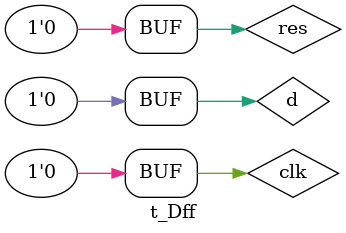
<source format=v>
/*
	K Rahul Reddy	17CO119
	Sushruth V	17CO148
	15 October 2018
*/

`include "Dff.v"

module t_Dff;
	initial begin
		$dumpfile("Dff.vcd");
		$dumpvars(0, t_Dff);
	end 
	wire q, qn;		// outputs
	reg d, clk;		// inputs 
	reg res;		// reset
	Dff inst (q, qn, d, clk, res);		// D flip-flop instantiated
	initial begin		// D input for simulation
		d = 1'b0;
		repeat (30) begin
			#8 d = ~d;
		end
	end
	
	initial begin		// res input
		res = 1'b1;
		repeat (5) begin
			#27 res = ~res;
		end
	end	
	
	initial begin		// clk
		clk = 1'b0;
		repeat (30) begin
			#5 clk = ~clk;
		end
	end
	
	initial begin			//print result
		$monitor("%3t: d : %b clk : %b reset : %b    \t\t\t q : %b q' : %b\n", $time, d, clk, res, q, qn);	
	end
	
	
endmodule	

</source>
